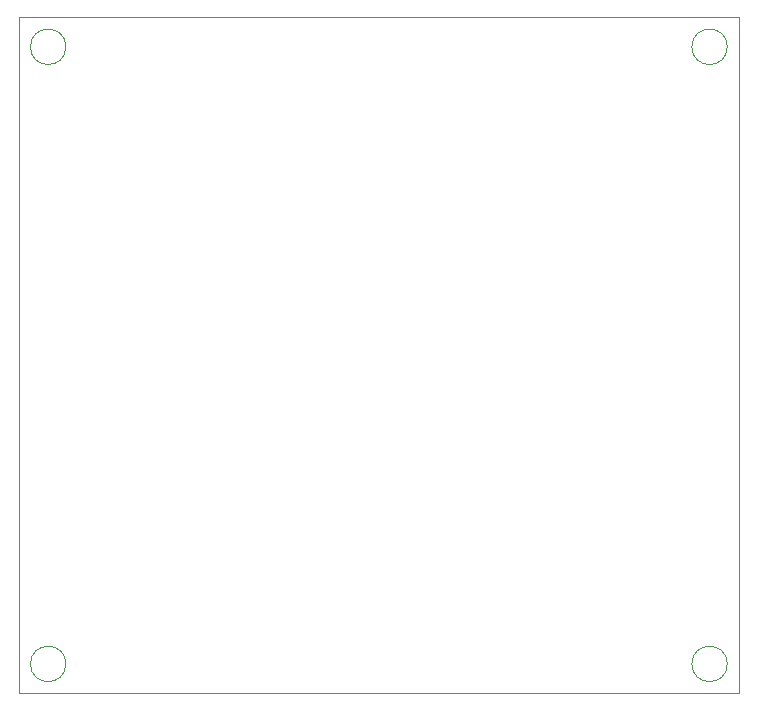
<source format=gbr>
%TF.GenerationSoftware,KiCad,Pcbnew,(6.0.9)*%
%TF.CreationDate,2023-05-11T13:54:47+10:00*%
%TF.ProjectId,Rescue Line,52657363-7565-4204-9c69-6e652e6b6963,rev?*%
%TF.SameCoordinates,Original*%
%TF.FileFunction,Profile,NP*%
%FSLAX46Y46*%
G04 Gerber Fmt 4.6, Leading zero omitted, Abs format (unit mm)*
G04 Created by KiCad (PCBNEW (6.0.9)) date 2023-05-11 13:54:47*
%MOMM*%
%LPD*%
G01*
G04 APERTURE LIST*
%TA.AperFunction,Profile*%
%ADD10C,0.100000*%
%TD*%
G04 APERTURE END LIST*
D10*
X109500000Y-121750000D02*
G75*
G03*
X109500000Y-121750000I-1500000J0D01*
G01*
X109500000Y-69500000D02*
G75*
G03*
X109500000Y-69500000I-1500000J0D01*
G01*
X105500000Y-67000000D02*
X166500000Y-67000000D01*
X166500000Y-67000000D02*
X166500000Y-124250000D01*
X166500000Y-124250000D02*
X105500000Y-124250000D01*
X105500000Y-124250000D02*
X105500000Y-67000000D01*
X165500000Y-121750000D02*
G75*
G03*
X165500000Y-121750000I-1500000J0D01*
G01*
X165500000Y-69500000D02*
G75*
G03*
X165500000Y-69500000I-1500000J0D01*
G01*
M02*

</source>
